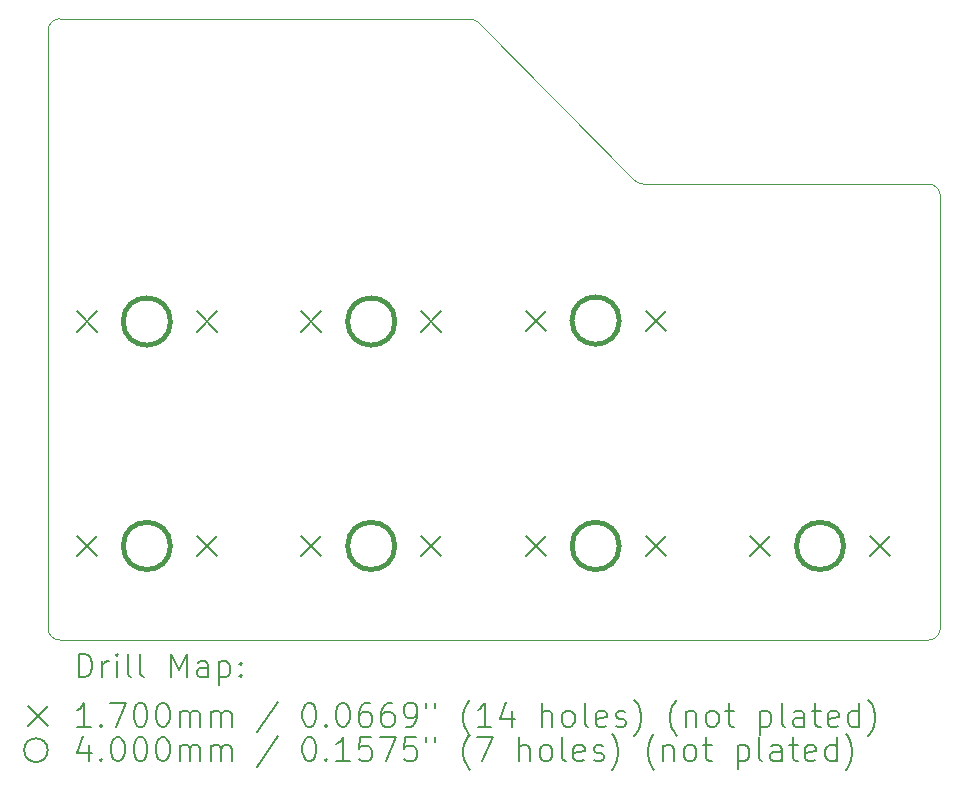
<source format=gbr>
%TF.GenerationSoftware,KiCad,Pcbnew,8.0.5*%
%TF.CreationDate,2024-10-21T21:06:57-07:00*%
%TF.ProjectId,hackpad,6861636b-7061-4642-9e6b-696361645f70,rev?*%
%TF.SameCoordinates,Original*%
%TF.FileFunction,Drillmap*%
%TF.FilePolarity,Positive*%
%FSLAX45Y45*%
G04 Gerber Fmt 4.5, Leading zero omitted, Abs format (unit mm)*
G04 Created by KiCad (PCBNEW 8.0.5) date 2024-10-21 21:06:57*
%MOMM*%
%LPD*%
G01*
G04 APERTURE LIST*
%ADD10C,0.050000*%
%ADD11C,0.200000*%
%ADD12C,0.170000*%
%ADD13C,0.400000*%
G04 APERTURE END LIST*
D10*
X19315000Y-15800000D02*
X19315000Y-12095000D01*
X26769289Y-15900000D02*
X19415000Y-15900000D01*
X26869289Y-15800000D02*
G75*
G02*
X26769289Y-15899999I-99999J0D01*
G01*
X26869289Y-12139000D02*
X26869289Y-15800000D01*
X19415150Y-10639150D02*
X22893371Y-10644938D01*
X19415000Y-15900000D02*
G75*
G02*
X19315000Y-15800000I0J100000D01*
G01*
X19315000Y-10739150D02*
G75*
G02*
X19415150Y-10639150I100000J0D01*
G01*
X19315000Y-12095000D02*
X19315000Y-10739150D01*
X22893371Y-10644938D02*
G75*
G02*
X22964287Y-10674584I-151J-100002D01*
G01*
X24356717Y-12039000D02*
G75*
G02*
X24285652Y-12009352I3J100000D01*
G01*
X24356717Y-12039000D02*
X26769289Y-12039000D01*
X22964287Y-10674585D02*
X24285651Y-12009353D01*
X26769289Y-12039000D02*
G75*
G02*
X26869290Y-12139000I1J-100000D01*
G01*
D11*
D12*
X19558000Y-13118000D02*
X19728000Y-13288000D01*
X19728000Y-13118000D02*
X19558000Y-13288000D01*
X19558000Y-15018000D02*
X19728000Y-15188000D01*
X19728000Y-15018000D02*
X19558000Y-15188000D01*
X20574000Y-13118000D02*
X20744000Y-13288000D01*
X20744000Y-13118000D02*
X20574000Y-13288000D01*
X20574000Y-15018000D02*
X20744000Y-15188000D01*
X20744000Y-15018000D02*
X20574000Y-15188000D01*
X21458000Y-13118000D02*
X21628000Y-13288000D01*
X21628000Y-13118000D02*
X21458000Y-13288000D01*
X21458000Y-15018000D02*
X21628000Y-15188000D01*
X21628000Y-15018000D02*
X21458000Y-15188000D01*
X22474000Y-13118000D02*
X22644000Y-13288000D01*
X22644000Y-13118000D02*
X22474000Y-13288000D01*
X22474000Y-15018000D02*
X22644000Y-15188000D01*
X22644000Y-15018000D02*
X22474000Y-15188000D01*
X23358000Y-13110000D02*
X23528000Y-13280000D01*
X23528000Y-13110000D02*
X23358000Y-13280000D01*
X23358000Y-15018000D02*
X23528000Y-15188000D01*
X23528000Y-15018000D02*
X23358000Y-15188000D01*
X24374000Y-13110000D02*
X24544000Y-13280000D01*
X24544000Y-13110000D02*
X24374000Y-13280000D01*
X24374000Y-15018000D02*
X24544000Y-15188000D01*
X24544000Y-15018000D02*
X24374000Y-15188000D01*
X25258000Y-15018000D02*
X25428000Y-15188000D01*
X25428000Y-15018000D02*
X25258000Y-15188000D01*
X26274000Y-15018000D02*
X26444000Y-15188000D01*
X26444000Y-15018000D02*
X26274000Y-15188000D01*
D13*
X20351000Y-13203000D02*
G75*
G02*
X19951000Y-13203000I-200000J0D01*
G01*
X19951000Y-13203000D02*
G75*
G02*
X20351000Y-13203000I200000J0D01*
G01*
X20351000Y-15103000D02*
G75*
G02*
X19951000Y-15103000I-200000J0D01*
G01*
X19951000Y-15103000D02*
G75*
G02*
X20351000Y-15103000I200000J0D01*
G01*
X22251000Y-13203000D02*
G75*
G02*
X21851000Y-13203000I-200000J0D01*
G01*
X21851000Y-13203000D02*
G75*
G02*
X22251000Y-13203000I200000J0D01*
G01*
X22251000Y-15103000D02*
G75*
G02*
X21851000Y-15103000I-200000J0D01*
G01*
X21851000Y-15103000D02*
G75*
G02*
X22251000Y-15103000I200000J0D01*
G01*
X24151000Y-13195000D02*
G75*
G02*
X23751000Y-13195000I-200000J0D01*
G01*
X23751000Y-13195000D02*
G75*
G02*
X24151000Y-13195000I200000J0D01*
G01*
X24151000Y-15103000D02*
G75*
G02*
X23751000Y-15103000I-200000J0D01*
G01*
X23751000Y-15103000D02*
G75*
G02*
X24151000Y-15103000I200000J0D01*
G01*
X26051000Y-15103000D02*
G75*
G02*
X25651000Y-15103000I-200000J0D01*
G01*
X25651000Y-15103000D02*
G75*
G02*
X26051000Y-15103000I200000J0D01*
G01*
D11*
X19573277Y-16213984D02*
X19573277Y-16013984D01*
X19573277Y-16013984D02*
X19620896Y-16013984D01*
X19620896Y-16013984D02*
X19649467Y-16023508D01*
X19649467Y-16023508D02*
X19668515Y-16042555D01*
X19668515Y-16042555D02*
X19678039Y-16061603D01*
X19678039Y-16061603D02*
X19687563Y-16099698D01*
X19687563Y-16099698D02*
X19687563Y-16128269D01*
X19687563Y-16128269D02*
X19678039Y-16166365D01*
X19678039Y-16166365D02*
X19668515Y-16185412D01*
X19668515Y-16185412D02*
X19649467Y-16204460D01*
X19649467Y-16204460D02*
X19620896Y-16213984D01*
X19620896Y-16213984D02*
X19573277Y-16213984D01*
X19773277Y-16213984D02*
X19773277Y-16080650D01*
X19773277Y-16118746D02*
X19782801Y-16099698D01*
X19782801Y-16099698D02*
X19792324Y-16090174D01*
X19792324Y-16090174D02*
X19811372Y-16080650D01*
X19811372Y-16080650D02*
X19830420Y-16080650D01*
X19897086Y-16213984D02*
X19897086Y-16080650D01*
X19897086Y-16013984D02*
X19887563Y-16023508D01*
X19887563Y-16023508D02*
X19897086Y-16033031D01*
X19897086Y-16033031D02*
X19906610Y-16023508D01*
X19906610Y-16023508D02*
X19897086Y-16013984D01*
X19897086Y-16013984D02*
X19897086Y-16033031D01*
X20020896Y-16213984D02*
X20001848Y-16204460D01*
X20001848Y-16204460D02*
X19992324Y-16185412D01*
X19992324Y-16185412D02*
X19992324Y-16013984D01*
X20125658Y-16213984D02*
X20106610Y-16204460D01*
X20106610Y-16204460D02*
X20097086Y-16185412D01*
X20097086Y-16185412D02*
X20097086Y-16013984D01*
X20354229Y-16213984D02*
X20354229Y-16013984D01*
X20354229Y-16013984D02*
X20420896Y-16156841D01*
X20420896Y-16156841D02*
X20487563Y-16013984D01*
X20487563Y-16013984D02*
X20487563Y-16213984D01*
X20668515Y-16213984D02*
X20668515Y-16109222D01*
X20668515Y-16109222D02*
X20658991Y-16090174D01*
X20658991Y-16090174D02*
X20639944Y-16080650D01*
X20639944Y-16080650D02*
X20601848Y-16080650D01*
X20601848Y-16080650D02*
X20582801Y-16090174D01*
X20668515Y-16204460D02*
X20649467Y-16213984D01*
X20649467Y-16213984D02*
X20601848Y-16213984D01*
X20601848Y-16213984D02*
X20582801Y-16204460D01*
X20582801Y-16204460D02*
X20573277Y-16185412D01*
X20573277Y-16185412D02*
X20573277Y-16166365D01*
X20573277Y-16166365D02*
X20582801Y-16147317D01*
X20582801Y-16147317D02*
X20601848Y-16137793D01*
X20601848Y-16137793D02*
X20649467Y-16137793D01*
X20649467Y-16137793D02*
X20668515Y-16128269D01*
X20763753Y-16080650D02*
X20763753Y-16280650D01*
X20763753Y-16090174D02*
X20782801Y-16080650D01*
X20782801Y-16080650D02*
X20820896Y-16080650D01*
X20820896Y-16080650D02*
X20839944Y-16090174D01*
X20839944Y-16090174D02*
X20849467Y-16099698D01*
X20849467Y-16099698D02*
X20858991Y-16118746D01*
X20858991Y-16118746D02*
X20858991Y-16175888D01*
X20858991Y-16175888D02*
X20849467Y-16194936D01*
X20849467Y-16194936D02*
X20839944Y-16204460D01*
X20839944Y-16204460D02*
X20820896Y-16213984D01*
X20820896Y-16213984D02*
X20782801Y-16213984D01*
X20782801Y-16213984D02*
X20763753Y-16204460D01*
X20944705Y-16194936D02*
X20954229Y-16204460D01*
X20954229Y-16204460D02*
X20944705Y-16213984D01*
X20944705Y-16213984D02*
X20935182Y-16204460D01*
X20935182Y-16204460D02*
X20944705Y-16194936D01*
X20944705Y-16194936D02*
X20944705Y-16213984D01*
X20944705Y-16090174D02*
X20954229Y-16099698D01*
X20954229Y-16099698D02*
X20944705Y-16109222D01*
X20944705Y-16109222D02*
X20935182Y-16099698D01*
X20935182Y-16099698D02*
X20944705Y-16090174D01*
X20944705Y-16090174D02*
X20944705Y-16109222D01*
D12*
X19142500Y-16457500D02*
X19312500Y-16627500D01*
X19312500Y-16457500D02*
X19142500Y-16627500D01*
D11*
X19678039Y-16633984D02*
X19563753Y-16633984D01*
X19620896Y-16633984D02*
X19620896Y-16433984D01*
X19620896Y-16433984D02*
X19601848Y-16462555D01*
X19601848Y-16462555D02*
X19582801Y-16481603D01*
X19582801Y-16481603D02*
X19563753Y-16491127D01*
X19763753Y-16614936D02*
X19773277Y-16624460D01*
X19773277Y-16624460D02*
X19763753Y-16633984D01*
X19763753Y-16633984D02*
X19754229Y-16624460D01*
X19754229Y-16624460D02*
X19763753Y-16614936D01*
X19763753Y-16614936D02*
X19763753Y-16633984D01*
X19839944Y-16433984D02*
X19973277Y-16433984D01*
X19973277Y-16433984D02*
X19887563Y-16633984D01*
X20087563Y-16433984D02*
X20106610Y-16433984D01*
X20106610Y-16433984D02*
X20125658Y-16443508D01*
X20125658Y-16443508D02*
X20135182Y-16453031D01*
X20135182Y-16453031D02*
X20144705Y-16472079D01*
X20144705Y-16472079D02*
X20154229Y-16510174D01*
X20154229Y-16510174D02*
X20154229Y-16557793D01*
X20154229Y-16557793D02*
X20144705Y-16595888D01*
X20144705Y-16595888D02*
X20135182Y-16614936D01*
X20135182Y-16614936D02*
X20125658Y-16624460D01*
X20125658Y-16624460D02*
X20106610Y-16633984D01*
X20106610Y-16633984D02*
X20087563Y-16633984D01*
X20087563Y-16633984D02*
X20068515Y-16624460D01*
X20068515Y-16624460D02*
X20058991Y-16614936D01*
X20058991Y-16614936D02*
X20049467Y-16595888D01*
X20049467Y-16595888D02*
X20039944Y-16557793D01*
X20039944Y-16557793D02*
X20039944Y-16510174D01*
X20039944Y-16510174D02*
X20049467Y-16472079D01*
X20049467Y-16472079D02*
X20058991Y-16453031D01*
X20058991Y-16453031D02*
X20068515Y-16443508D01*
X20068515Y-16443508D02*
X20087563Y-16433984D01*
X20278039Y-16433984D02*
X20297086Y-16433984D01*
X20297086Y-16433984D02*
X20316134Y-16443508D01*
X20316134Y-16443508D02*
X20325658Y-16453031D01*
X20325658Y-16453031D02*
X20335182Y-16472079D01*
X20335182Y-16472079D02*
X20344705Y-16510174D01*
X20344705Y-16510174D02*
X20344705Y-16557793D01*
X20344705Y-16557793D02*
X20335182Y-16595888D01*
X20335182Y-16595888D02*
X20325658Y-16614936D01*
X20325658Y-16614936D02*
X20316134Y-16624460D01*
X20316134Y-16624460D02*
X20297086Y-16633984D01*
X20297086Y-16633984D02*
X20278039Y-16633984D01*
X20278039Y-16633984D02*
X20258991Y-16624460D01*
X20258991Y-16624460D02*
X20249467Y-16614936D01*
X20249467Y-16614936D02*
X20239944Y-16595888D01*
X20239944Y-16595888D02*
X20230420Y-16557793D01*
X20230420Y-16557793D02*
X20230420Y-16510174D01*
X20230420Y-16510174D02*
X20239944Y-16472079D01*
X20239944Y-16472079D02*
X20249467Y-16453031D01*
X20249467Y-16453031D02*
X20258991Y-16443508D01*
X20258991Y-16443508D02*
X20278039Y-16433984D01*
X20430420Y-16633984D02*
X20430420Y-16500650D01*
X20430420Y-16519698D02*
X20439944Y-16510174D01*
X20439944Y-16510174D02*
X20458991Y-16500650D01*
X20458991Y-16500650D02*
X20487563Y-16500650D01*
X20487563Y-16500650D02*
X20506610Y-16510174D01*
X20506610Y-16510174D02*
X20516134Y-16529222D01*
X20516134Y-16529222D02*
X20516134Y-16633984D01*
X20516134Y-16529222D02*
X20525658Y-16510174D01*
X20525658Y-16510174D02*
X20544705Y-16500650D01*
X20544705Y-16500650D02*
X20573277Y-16500650D01*
X20573277Y-16500650D02*
X20592325Y-16510174D01*
X20592325Y-16510174D02*
X20601848Y-16529222D01*
X20601848Y-16529222D02*
X20601848Y-16633984D01*
X20697086Y-16633984D02*
X20697086Y-16500650D01*
X20697086Y-16519698D02*
X20706610Y-16510174D01*
X20706610Y-16510174D02*
X20725658Y-16500650D01*
X20725658Y-16500650D02*
X20754229Y-16500650D01*
X20754229Y-16500650D02*
X20773277Y-16510174D01*
X20773277Y-16510174D02*
X20782801Y-16529222D01*
X20782801Y-16529222D02*
X20782801Y-16633984D01*
X20782801Y-16529222D02*
X20792325Y-16510174D01*
X20792325Y-16510174D02*
X20811372Y-16500650D01*
X20811372Y-16500650D02*
X20839944Y-16500650D01*
X20839944Y-16500650D02*
X20858991Y-16510174D01*
X20858991Y-16510174D02*
X20868515Y-16529222D01*
X20868515Y-16529222D02*
X20868515Y-16633984D01*
X21258991Y-16424460D02*
X21087563Y-16681603D01*
X21516134Y-16433984D02*
X21535182Y-16433984D01*
X21535182Y-16433984D02*
X21554229Y-16443508D01*
X21554229Y-16443508D02*
X21563753Y-16453031D01*
X21563753Y-16453031D02*
X21573277Y-16472079D01*
X21573277Y-16472079D02*
X21582801Y-16510174D01*
X21582801Y-16510174D02*
X21582801Y-16557793D01*
X21582801Y-16557793D02*
X21573277Y-16595888D01*
X21573277Y-16595888D02*
X21563753Y-16614936D01*
X21563753Y-16614936D02*
X21554229Y-16624460D01*
X21554229Y-16624460D02*
X21535182Y-16633984D01*
X21535182Y-16633984D02*
X21516134Y-16633984D01*
X21516134Y-16633984D02*
X21497087Y-16624460D01*
X21497087Y-16624460D02*
X21487563Y-16614936D01*
X21487563Y-16614936D02*
X21478039Y-16595888D01*
X21478039Y-16595888D02*
X21468515Y-16557793D01*
X21468515Y-16557793D02*
X21468515Y-16510174D01*
X21468515Y-16510174D02*
X21478039Y-16472079D01*
X21478039Y-16472079D02*
X21487563Y-16453031D01*
X21487563Y-16453031D02*
X21497087Y-16443508D01*
X21497087Y-16443508D02*
X21516134Y-16433984D01*
X21668515Y-16614936D02*
X21678039Y-16624460D01*
X21678039Y-16624460D02*
X21668515Y-16633984D01*
X21668515Y-16633984D02*
X21658991Y-16624460D01*
X21658991Y-16624460D02*
X21668515Y-16614936D01*
X21668515Y-16614936D02*
X21668515Y-16633984D01*
X21801848Y-16433984D02*
X21820896Y-16433984D01*
X21820896Y-16433984D02*
X21839944Y-16443508D01*
X21839944Y-16443508D02*
X21849468Y-16453031D01*
X21849468Y-16453031D02*
X21858991Y-16472079D01*
X21858991Y-16472079D02*
X21868515Y-16510174D01*
X21868515Y-16510174D02*
X21868515Y-16557793D01*
X21868515Y-16557793D02*
X21858991Y-16595888D01*
X21858991Y-16595888D02*
X21849468Y-16614936D01*
X21849468Y-16614936D02*
X21839944Y-16624460D01*
X21839944Y-16624460D02*
X21820896Y-16633984D01*
X21820896Y-16633984D02*
X21801848Y-16633984D01*
X21801848Y-16633984D02*
X21782801Y-16624460D01*
X21782801Y-16624460D02*
X21773277Y-16614936D01*
X21773277Y-16614936D02*
X21763753Y-16595888D01*
X21763753Y-16595888D02*
X21754229Y-16557793D01*
X21754229Y-16557793D02*
X21754229Y-16510174D01*
X21754229Y-16510174D02*
X21763753Y-16472079D01*
X21763753Y-16472079D02*
X21773277Y-16453031D01*
X21773277Y-16453031D02*
X21782801Y-16443508D01*
X21782801Y-16443508D02*
X21801848Y-16433984D01*
X22039944Y-16433984D02*
X22001848Y-16433984D01*
X22001848Y-16433984D02*
X21982801Y-16443508D01*
X21982801Y-16443508D02*
X21973277Y-16453031D01*
X21973277Y-16453031D02*
X21954229Y-16481603D01*
X21954229Y-16481603D02*
X21944706Y-16519698D01*
X21944706Y-16519698D02*
X21944706Y-16595888D01*
X21944706Y-16595888D02*
X21954229Y-16614936D01*
X21954229Y-16614936D02*
X21963753Y-16624460D01*
X21963753Y-16624460D02*
X21982801Y-16633984D01*
X21982801Y-16633984D02*
X22020896Y-16633984D01*
X22020896Y-16633984D02*
X22039944Y-16624460D01*
X22039944Y-16624460D02*
X22049468Y-16614936D01*
X22049468Y-16614936D02*
X22058991Y-16595888D01*
X22058991Y-16595888D02*
X22058991Y-16548269D01*
X22058991Y-16548269D02*
X22049468Y-16529222D01*
X22049468Y-16529222D02*
X22039944Y-16519698D01*
X22039944Y-16519698D02*
X22020896Y-16510174D01*
X22020896Y-16510174D02*
X21982801Y-16510174D01*
X21982801Y-16510174D02*
X21963753Y-16519698D01*
X21963753Y-16519698D02*
X21954229Y-16529222D01*
X21954229Y-16529222D02*
X21944706Y-16548269D01*
X22230420Y-16433984D02*
X22192325Y-16433984D01*
X22192325Y-16433984D02*
X22173277Y-16443508D01*
X22173277Y-16443508D02*
X22163753Y-16453031D01*
X22163753Y-16453031D02*
X22144706Y-16481603D01*
X22144706Y-16481603D02*
X22135182Y-16519698D01*
X22135182Y-16519698D02*
X22135182Y-16595888D01*
X22135182Y-16595888D02*
X22144706Y-16614936D01*
X22144706Y-16614936D02*
X22154229Y-16624460D01*
X22154229Y-16624460D02*
X22173277Y-16633984D01*
X22173277Y-16633984D02*
X22211372Y-16633984D01*
X22211372Y-16633984D02*
X22230420Y-16624460D01*
X22230420Y-16624460D02*
X22239944Y-16614936D01*
X22239944Y-16614936D02*
X22249468Y-16595888D01*
X22249468Y-16595888D02*
X22249468Y-16548269D01*
X22249468Y-16548269D02*
X22239944Y-16529222D01*
X22239944Y-16529222D02*
X22230420Y-16519698D01*
X22230420Y-16519698D02*
X22211372Y-16510174D01*
X22211372Y-16510174D02*
X22173277Y-16510174D01*
X22173277Y-16510174D02*
X22154229Y-16519698D01*
X22154229Y-16519698D02*
X22144706Y-16529222D01*
X22144706Y-16529222D02*
X22135182Y-16548269D01*
X22344706Y-16633984D02*
X22382801Y-16633984D01*
X22382801Y-16633984D02*
X22401848Y-16624460D01*
X22401848Y-16624460D02*
X22411372Y-16614936D01*
X22411372Y-16614936D02*
X22430420Y-16586365D01*
X22430420Y-16586365D02*
X22439944Y-16548269D01*
X22439944Y-16548269D02*
X22439944Y-16472079D01*
X22439944Y-16472079D02*
X22430420Y-16453031D01*
X22430420Y-16453031D02*
X22420896Y-16443508D01*
X22420896Y-16443508D02*
X22401848Y-16433984D01*
X22401848Y-16433984D02*
X22363753Y-16433984D01*
X22363753Y-16433984D02*
X22344706Y-16443508D01*
X22344706Y-16443508D02*
X22335182Y-16453031D01*
X22335182Y-16453031D02*
X22325658Y-16472079D01*
X22325658Y-16472079D02*
X22325658Y-16519698D01*
X22325658Y-16519698D02*
X22335182Y-16538746D01*
X22335182Y-16538746D02*
X22344706Y-16548269D01*
X22344706Y-16548269D02*
X22363753Y-16557793D01*
X22363753Y-16557793D02*
X22401848Y-16557793D01*
X22401848Y-16557793D02*
X22420896Y-16548269D01*
X22420896Y-16548269D02*
X22430420Y-16538746D01*
X22430420Y-16538746D02*
X22439944Y-16519698D01*
X22516134Y-16433984D02*
X22516134Y-16472079D01*
X22592325Y-16433984D02*
X22592325Y-16472079D01*
X22887563Y-16710174D02*
X22878039Y-16700650D01*
X22878039Y-16700650D02*
X22858991Y-16672079D01*
X22858991Y-16672079D02*
X22849468Y-16653031D01*
X22849468Y-16653031D02*
X22839944Y-16624460D01*
X22839944Y-16624460D02*
X22830420Y-16576841D01*
X22830420Y-16576841D02*
X22830420Y-16538746D01*
X22830420Y-16538746D02*
X22839944Y-16491127D01*
X22839944Y-16491127D02*
X22849468Y-16462555D01*
X22849468Y-16462555D02*
X22858991Y-16443508D01*
X22858991Y-16443508D02*
X22878039Y-16414936D01*
X22878039Y-16414936D02*
X22887563Y-16405412D01*
X23068515Y-16633984D02*
X22954229Y-16633984D01*
X23011372Y-16633984D02*
X23011372Y-16433984D01*
X23011372Y-16433984D02*
X22992325Y-16462555D01*
X22992325Y-16462555D02*
X22973277Y-16481603D01*
X22973277Y-16481603D02*
X22954229Y-16491127D01*
X23239944Y-16500650D02*
X23239944Y-16633984D01*
X23192325Y-16424460D02*
X23144706Y-16567317D01*
X23144706Y-16567317D02*
X23268515Y-16567317D01*
X23497087Y-16633984D02*
X23497087Y-16433984D01*
X23582801Y-16633984D02*
X23582801Y-16529222D01*
X23582801Y-16529222D02*
X23573277Y-16510174D01*
X23573277Y-16510174D02*
X23554230Y-16500650D01*
X23554230Y-16500650D02*
X23525658Y-16500650D01*
X23525658Y-16500650D02*
X23506610Y-16510174D01*
X23506610Y-16510174D02*
X23497087Y-16519698D01*
X23706610Y-16633984D02*
X23687563Y-16624460D01*
X23687563Y-16624460D02*
X23678039Y-16614936D01*
X23678039Y-16614936D02*
X23668515Y-16595888D01*
X23668515Y-16595888D02*
X23668515Y-16538746D01*
X23668515Y-16538746D02*
X23678039Y-16519698D01*
X23678039Y-16519698D02*
X23687563Y-16510174D01*
X23687563Y-16510174D02*
X23706610Y-16500650D01*
X23706610Y-16500650D02*
X23735182Y-16500650D01*
X23735182Y-16500650D02*
X23754230Y-16510174D01*
X23754230Y-16510174D02*
X23763753Y-16519698D01*
X23763753Y-16519698D02*
X23773277Y-16538746D01*
X23773277Y-16538746D02*
X23773277Y-16595888D01*
X23773277Y-16595888D02*
X23763753Y-16614936D01*
X23763753Y-16614936D02*
X23754230Y-16624460D01*
X23754230Y-16624460D02*
X23735182Y-16633984D01*
X23735182Y-16633984D02*
X23706610Y-16633984D01*
X23887563Y-16633984D02*
X23868515Y-16624460D01*
X23868515Y-16624460D02*
X23858991Y-16605412D01*
X23858991Y-16605412D02*
X23858991Y-16433984D01*
X24039944Y-16624460D02*
X24020896Y-16633984D01*
X24020896Y-16633984D02*
X23982801Y-16633984D01*
X23982801Y-16633984D02*
X23963753Y-16624460D01*
X23963753Y-16624460D02*
X23954230Y-16605412D01*
X23954230Y-16605412D02*
X23954230Y-16529222D01*
X23954230Y-16529222D02*
X23963753Y-16510174D01*
X23963753Y-16510174D02*
X23982801Y-16500650D01*
X23982801Y-16500650D02*
X24020896Y-16500650D01*
X24020896Y-16500650D02*
X24039944Y-16510174D01*
X24039944Y-16510174D02*
X24049468Y-16529222D01*
X24049468Y-16529222D02*
X24049468Y-16548269D01*
X24049468Y-16548269D02*
X23954230Y-16567317D01*
X24125658Y-16624460D02*
X24144706Y-16633984D01*
X24144706Y-16633984D02*
X24182801Y-16633984D01*
X24182801Y-16633984D02*
X24201849Y-16624460D01*
X24201849Y-16624460D02*
X24211372Y-16605412D01*
X24211372Y-16605412D02*
X24211372Y-16595888D01*
X24211372Y-16595888D02*
X24201849Y-16576841D01*
X24201849Y-16576841D02*
X24182801Y-16567317D01*
X24182801Y-16567317D02*
X24154230Y-16567317D01*
X24154230Y-16567317D02*
X24135182Y-16557793D01*
X24135182Y-16557793D02*
X24125658Y-16538746D01*
X24125658Y-16538746D02*
X24125658Y-16529222D01*
X24125658Y-16529222D02*
X24135182Y-16510174D01*
X24135182Y-16510174D02*
X24154230Y-16500650D01*
X24154230Y-16500650D02*
X24182801Y-16500650D01*
X24182801Y-16500650D02*
X24201849Y-16510174D01*
X24278039Y-16710174D02*
X24287563Y-16700650D01*
X24287563Y-16700650D02*
X24306611Y-16672079D01*
X24306611Y-16672079D02*
X24316134Y-16653031D01*
X24316134Y-16653031D02*
X24325658Y-16624460D01*
X24325658Y-16624460D02*
X24335182Y-16576841D01*
X24335182Y-16576841D02*
X24335182Y-16538746D01*
X24335182Y-16538746D02*
X24325658Y-16491127D01*
X24325658Y-16491127D02*
X24316134Y-16462555D01*
X24316134Y-16462555D02*
X24306611Y-16443508D01*
X24306611Y-16443508D02*
X24287563Y-16414936D01*
X24287563Y-16414936D02*
X24278039Y-16405412D01*
X24639944Y-16710174D02*
X24630420Y-16700650D01*
X24630420Y-16700650D02*
X24611372Y-16672079D01*
X24611372Y-16672079D02*
X24601849Y-16653031D01*
X24601849Y-16653031D02*
X24592325Y-16624460D01*
X24592325Y-16624460D02*
X24582801Y-16576841D01*
X24582801Y-16576841D02*
X24582801Y-16538746D01*
X24582801Y-16538746D02*
X24592325Y-16491127D01*
X24592325Y-16491127D02*
X24601849Y-16462555D01*
X24601849Y-16462555D02*
X24611372Y-16443508D01*
X24611372Y-16443508D02*
X24630420Y-16414936D01*
X24630420Y-16414936D02*
X24639944Y-16405412D01*
X24716134Y-16500650D02*
X24716134Y-16633984D01*
X24716134Y-16519698D02*
X24725658Y-16510174D01*
X24725658Y-16510174D02*
X24744706Y-16500650D01*
X24744706Y-16500650D02*
X24773277Y-16500650D01*
X24773277Y-16500650D02*
X24792325Y-16510174D01*
X24792325Y-16510174D02*
X24801849Y-16529222D01*
X24801849Y-16529222D02*
X24801849Y-16633984D01*
X24925658Y-16633984D02*
X24906611Y-16624460D01*
X24906611Y-16624460D02*
X24897087Y-16614936D01*
X24897087Y-16614936D02*
X24887563Y-16595888D01*
X24887563Y-16595888D02*
X24887563Y-16538746D01*
X24887563Y-16538746D02*
X24897087Y-16519698D01*
X24897087Y-16519698D02*
X24906611Y-16510174D01*
X24906611Y-16510174D02*
X24925658Y-16500650D01*
X24925658Y-16500650D02*
X24954230Y-16500650D01*
X24954230Y-16500650D02*
X24973277Y-16510174D01*
X24973277Y-16510174D02*
X24982801Y-16519698D01*
X24982801Y-16519698D02*
X24992325Y-16538746D01*
X24992325Y-16538746D02*
X24992325Y-16595888D01*
X24992325Y-16595888D02*
X24982801Y-16614936D01*
X24982801Y-16614936D02*
X24973277Y-16624460D01*
X24973277Y-16624460D02*
X24954230Y-16633984D01*
X24954230Y-16633984D02*
X24925658Y-16633984D01*
X25049468Y-16500650D02*
X25125658Y-16500650D01*
X25078039Y-16433984D02*
X25078039Y-16605412D01*
X25078039Y-16605412D02*
X25087563Y-16624460D01*
X25087563Y-16624460D02*
X25106611Y-16633984D01*
X25106611Y-16633984D02*
X25125658Y-16633984D01*
X25344706Y-16500650D02*
X25344706Y-16700650D01*
X25344706Y-16510174D02*
X25363753Y-16500650D01*
X25363753Y-16500650D02*
X25401849Y-16500650D01*
X25401849Y-16500650D02*
X25420896Y-16510174D01*
X25420896Y-16510174D02*
X25430420Y-16519698D01*
X25430420Y-16519698D02*
X25439944Y-16538746D01*
X25439944Y-16538746D02*
X25439944Y-16595888D01*
X25439944Y-16595888D02*
X25430420Y-16614936D01*
X25430420Y-16614936D02*
X25420896Y-16624460D01*
X25420896Y-16624460D02*
X25401849Y-16633984D01*
X25401849Y-16633984D02*
X25363753Y-16633984D01*
X25363753Y-16633984D02*
X25344706Y-16624460D01*
X25554230Y-16633984D02*
X25535182Y-16624460D01*
X25535182Y-16624460D02*
X25525658Y-16605412D01*
X25525658Y-16605412D02*
X25525658Y-16433984D01*
X25716134Y-16633984D02*
X25716134Y-16529222D01*
X25716134Y-16529222D02*
X25706611Y-16510174D01*
X25706611Y-16510174D02*
X25687563Y-16500650D01*
X25687563Y-16500650D02*
X25649468Y-16500650D01*
X25649468Y-16500650D02*
X25630420Y-16510174D01*
X25716134Y-16624460D02*
X25697087Y-16633984D01*
X25697087Y-16633984D02*
X25649468Y-16633984D01*
X25649468Y-16633984D02*
X25630420Y-16624460D01*
X25630420Y-16624460D02*
X25620896Y-16605412D01*
X25620896Y-16605412D02*
X25620896Y-16586365D01*
X25620896Y-16586365D02*
X25630420Y-16567317D01*
X25630420Y-16567317D02*
X25649468Y-16557793D01*
X25649468Y-16557793D02*
X25697087Y-16557793D01*
X25697087Y-16557793D02*
X25716134Y-16548269D01*
X25782801Y-16500650D02*
X25858992Y-16500650D01*
X25811373Y-16433984D02*
X25811373Y-16605412D01*
X25811373Y-16605412D02*
X25820896Y-16624460D01*
X25820896Y-16624460D02*
X25839944Y-16633984D01*
X25839944Y-16633984D02*
X25858992Y-16633984D01*
X26001849Y-16624460D02*
X25982801Y-16633984D01*
X25982801Y-16633984D02*
X25944706Y-16633984D01*
X25944706Y-16633984D02*
X25925658Y-16624460D01*
X25925658Y-16624460D02*
X25916134Y-16605412D01*
X25916134Y-16605412D02*
X25916134Y-16529222D01*
X25916134Y-16529222D02*
X25925658Y-16510174D01*
X25925658Y-16510174D02*
X25944706Y-16500650D01*
X25944706Y-16500650D02*
X25982801Y-16500650D01*
X25982801Y-16500650D02*
X26001849Y-16510174D01*
X26001849Y-16510174D02*
X26011373Y-16529222D01*
X26011373Y-16529222D02*
X26011373Y-16548269D01*
X26011373Y-16548269D02*
X25916134Y-16567317D01*
X26182801Y-16633984D02*
X26182801Y-16433984D01*
X26182801Y-16624460D02*
X26163754Y-16633984D01*
X26163754Y-16633984D02*
X26125658Y-16633984D01*
X26125658Y-16633984D02*
X26106611Y-16624460D01*
X26106611Y-16624460D02*
X26097087Y-16614936D01*
X26097087Y-16614936D02*
X26087563Y-16595888D01*
X26087563Y-16595888D02*
X26087563Y-16538746D01*
X26087563Y-16538746D02*
X26097087Y-16519698D01*
X26097087Y-16519698D02*
X26106611Y-16510174D01*
X26106611Y-16510174D02*
X26125658Y-16500650D01*
X26125658Y-16500650D02*
X26163754Y-16500650D01*
X26163754Y-16500650D02*
X26182801Y-16510174D01*
X26258992Y-16710174D02*
X26268515Y-16700650D01*
X26268515Y-16700650D02*
X26287563Y-16672079D01*
X26287563Y-16672079D02*
X26297087Y-16653031D01*
X26297087Y-16653031D02*
X26306611Y-16624460D01*
X26306611Y-16624460D02*
X26316134Y-16576841D01*
X26316134Y-16576841D02*
X26316134Y-16538746D01*
X26316134Y-16538746D02*
X26306611Y-16491127D01*
X26306611Y-16491127D02*
X26297087Y-16462555D01*
X26297087Y-16462555D02*
X26287563Y-16443508D01*
X26287563Y-16443508D02*
X26268515Y-16414936D01*
X26268515Y-16414936D02*
X26258992Y-16405412D01*
X19312500Y-16832500D02*
G75*
G02*
X19112500Y-16832500I-100000J0D01*
G01*
X19112500Y-16832500D02*
G75*
G02*
X19312500Y-16832500I100000J0D01*
G01*
X19658991Y-16790650D02*
X19658991Y-16923984D01*
X19611372Y-16714460D02*
X19563753Y-16857317D01*
X19563753Y-16857317D02*
X19687563Y-16857317D01*
X19763753Y-16904936D02*
X19773277Y-16914460D01*
X19773277Y-16914460D02*
X19763753Y-16923984D01*
X19763753Y-16923984D02*
X19754229Y-16914460D01*
X19754229Y-16914460D02*
X19763753Y-16904936D01*
X19763753Y-16904936D02*
X19763753Y-16923984D01*
X19897086Y-16723984D02*
X19916134Y-16723984D01*
X19916134Y-16723984D02*
X19935182Y-16733508D01*
X19935182Y-16733508D02*
X19944705Y-16743031D01*
X19944705Y-16743031D02*
X19954229Y-16762079D01*
X19954229Y-16762079D02*
X19963753Y-16800174D01*
X19963753Y-16800174D02*
X19963753Y-16847793D01*
X19963753Y-16847793D02*
X19954229Y-16885889D01*
X19954229Y-16885889D02*
X19944705Y-16904936D01*
X19944705Y-16904936D02*
X19935182Y-16914460D01*
X19935182Y-16914460D02*
X19916134Y-16923984D01*
X19916134Y-16923984D02*
X19897086Y-16923984D01*
X19897086Y-16923984D02*
X19878039Y-16914460D01*
X19878039Y-16914460D02*
X19868515Y-16904936D01*
X19868515Y-16904936D02*
X19858991Y-16885889D01*
X19858991Y-16885889D02*
X19849467Y-16847793D01*
X19849467Y-16847793D02*
X19849467Y-16800174D01*
X19849467Y-16800174D02*
X19858991Y-16762079D01*
X19858991Y-16762079D02*
X19868515Y-16743031D01*
X19868515Y-16743031D02*
X19878039Y-16733508D01*
X19878039Y-16733508D02*
X19897086Y-16723984D01*
X20087563Y-16723984D02*
X20106610Y-16723984D01*
X20106610Y-16723984D02*
X20125658Y-16733508D01*
X20125658Y-16733508D02*
X20135182Y-16743031D01*
X20135182Y-16743031D02*
X20144705Y-16762079D01*
X20144705Y-16762079D02*
X20154229Y-16800174D01*
X20154229Y-16800174D02*
X20154229Y-16847793D01*
X20154229Y-16847793D02*
X20144705Y-16885889D01*
X20144705Y-16885889D02*
X20135182Y-16904936D01*
X20135182Y-16904936D02*
X20125658Y-16914460D01*
X20125658Y-16914460D02*
X20106610Y-16923984D01*
X20106610Y-16923984D02*
X20087563Y-16923984D01*
X20087563Y-16923984D02*
X20068515Y-16914460D01*
X20068515Y-16914460D02*
X20058991Y-16904936D01*
X20058991Y-16904936D02*
X20049467Y-16885889D01*
X20049467Y-16885889D02*
X20039944Y-16847793D01*
X20039944Y-16847793D02*
X20039944Y-16800174D01*
X20039944Y-16800174D02*
X20049467Y-16762079D01*
X20049467Y-16762079D02*
X20058991Y-16743031D01*
X20058991Y-16743031D02*
X20068515Y-16733508D01*
X20068515Y-16733508D02*
X20087563Y-16723984D01*
X20278039Y-16723984D02*
X20297086Y-16723984D01*
X20297086Y-16723984D02*
X20316134Y-16733508D01*
X20316134Y-16733508D02*
X20325658Y-16743031D01*
X20325658Y-16743031D02*
X20335182Y-16762079D01*
X20335182Y-16762079D02*
X20344705Y-16800174D01*
X20344705Y-16800174D02*
X20344705Y-16847793D01*
X20344705Y-16847793D02*
X20335182Y-16885889D01*
X20335182Y-16885889D02*
X20325658Y-16904936D01*
X20325658Y-16904936D02*
X20316134Y-16914460D01*
X20316134Y-16914460D02*
X20297086Y-16923984D01*
X20297086Y-16923984D02*
X20278039Y-16923984D01*
X20278039Y-16923984D02*
X20258991Y-16914460D01*
X20258991Y-16914460D02*
X20249467Y-16904936D01*
X20249467Y-16904936D02*
X20239944Y-16885889D01*
X20239944Y-16885889D02*
X20230420Y-16847793D01*
X20230420Y-16847793D02*
X20230420Y-16800174D01*
X20230420Y-16800174D02*
X20239944Y-16762079D01*
X20239944Y-16762079D02*
X20249467Y-16743031D01*
X20249467Y-16743031D02*
X20258991Y-16733508D01*
X20258991Y-16733508D02*
X20278039Y-16723984D01*
X20430420Y-16923984D02*
X20430420Y-16790650D01*
X20430420Y-16809698D02*
X20439944Y-16800174D01*
X20439944Y-16800174D02*
X20458991Y-16790650D01*
X20458991Y-16790650D02*
X20487563Y-16790650D01*
X20487563Y-16790650D02*
X20506610Y-16800174D01*
X20506610Y-16800174D02*
X20516134Y-16819222D01*
X20516134Y-16819222D02*
X20516134Y-16923984D01*
X20516134Y-16819222D02*
X20525658Y-16800174D01*
X20525658Y-16800174D02*
X20544705Y-16790650D01*
X20544705Y-16790650D02*
X20573277Y-16790650D01*
X20573277Y-16790650D02*
X20592325Y-16800174D01*
X20592325Y-16800174D02*
X20601848Y-16819222D01*
X20601848Y-16819222D02*
X20601848Y-16923984D01*
X20697086Y-16923984D02*
X20697086Y-16790650D01*
X20697086Y-16809698D02*
X20706610Y-16800174D01*
X20706610Y-16800174D02*
X20725658Y-16790650D01*
X20725658Y-16790650D02*
X20754229Y-16790650D01*
X20754229Y-16790650D02*
X20773277Y-16800174D01*
X20773277Y-16800174D02*
X20782801Y-16819222D01*
X20782801Y-16819222D02*
X20782801Y-16923984D01*
X20782801Y-16819222D02*
X20792325Y-16800174D01*
X20792325Y-16800174D02*
X20811372Y-16790650D01*
X20811372Y-16790650D02*
X20839944Y-16790650D01*
X20839944Y-16790650D02*
X20858991Y-16800174D01*
X20858991Y-16800174D02*
X20868515Y-16819222D01*
X20868515Y-16819222D02*
X20868515Y-16923984D01*
X21258991Y-16714460D02*
X21087563Y-16971603D01*
X21516134Y-16723984D02*
X21535182Y-16723984D01*
X21535182Y-16723984D02*
X21554229Y-16733508D01*
X21554229Y-16733508D02*
X21563753Y-16743031D01*
X21563753Y-16743031D02*
X21573277Y-16762079D01*
X21573277Y-16762079D02*
X21582801Y-16800174D01*
X21582801Y-16800174D02*
X21582801Y-16847793D01*
X21582801Y-16847793D02*
X21573277Y-16885889D01*
X21573277Y-16885889D02*
X21563753Y-16904936D01*
X21563753Y-16904936D02*
X21554229Y-16914460D01*
X21554229Y-16914460D02*
X21535182Y-16923984D01*
X21535182Y-16923984D02*
X21516134Y-16923984D01*
X21516134Y-16923984D02*
X21497087Y-16914460D01*
X21497087Y-16914460D02*
X21487563Y-16904936D01*
X21487563Y-16904936D02*
X21478039Y-16885889D01*
X21478039Y-16885889D02*
X21468515Y-16847793D01*
X21468515Y-16847793D02*
X21468515Y-16800174D01*
X21468515Y-16800174D02*
X21478039Y-16762079D01*
X21478039Y-16762079D02*
X21487563Y-16743031D01*
X21487563Y-16743031D02*
X21497087Y-16733508D01*
X21497087Y-16733508D02*
X21516134Y-16723984D01*
X21668515Y-16904936D02*
X21678039Y-16914460D01*
X21678039Y-16914460D02*
X21668515Y-16923984D01*
X21668515Y-16923984D02*
X21658991Y-16914460D01*
X21658991Y-16914460D02*
X21668515Y-16904936D01*
X21668515Y-16904936D02*
X21668515Y-16923984D01*
X21868515Y-16923984D02*
X21754229Y-16923984D01*
X21811372Y-16923984D02*
X21811372Y-16723984D01*
X21811372Y-16723984D02*
X21792325Y-16752555D01*
X21792325Y-16752555D02*
X21773277Y-16771603D01*
X21773277Y-16771603D02*
X21754229Y-16781127D01*
X22049468Y-16723984D02*
X21954229Y-16723984D01*
X21954229Y-16723984D02*
X21944706Y-16819222D01*
X21944706Y-16819222D02*
X21954229Y-16809698D01*
X21954229Y-16809698D02*
X21973277Y-16800174D01*
X21973277Y-16800174D02*
X22020896Y-16800174D01*
X22020896Y-16800174D02*
X22039944Y-16809698D01*
X22039944Y-16809698D02*
X22049468Y-16819222D01*
X22049468Y-16819222D02*
X22058991Y-16838270D01*
X22058991Y-16838270D02*
X22058991Y-16885889D01*
X22058991Y-16885889D02*
X22049468Y-16904936D01*
X22049468Y-16904936D02*
X22039944Y-16914460D01*
X22039944Y-16914460D02*
X22020896Y-16923984D01*
X22020896Y-16923984D02*
X21973277Y-16923984D01*
X21973277Y-16923984D02*
X21954229Y-16914460D01*
X21954229Y-16914460D02*
X21944706Y-16904936D01*
X22125658Y-16723984D02*
X22258991Y-16723984D01*
X22258991Y-16723984D02*
X22173277Y-16923984D01*
X22430420Y-16723984D02*
X22335182Y-16723984D01*
X22335182Y-16723984D02*
X22325658Y-16819222D01*
X22325658Y-16819222D02*
X22335182Y-16809698D01*
X22335182Y-16809698D02*
X22354229Y-16800174D01*
X22354229Y-16800174D02*
X22401848Y-16800174D01*
X22401848Y-16800174D02*
X22420896Y-16809698D01*
X22420896Y-16809698D02*
X22430420Y-16819222D01*
X22430420Y-16819222D02*
X22439944Y-16838270D01*
X22439944Y-16838270D02*
X22439944Y-16885889D01*
X22439944Y-16885889D02*
X22430420Y-16904936D01*
X22430420Y-16904936D02*
X22420896Y-16914460D01*
X22420896Y-16914460D02*
X22401848Y-16923984D01*
X22401848Y-16923984D02*
X22354229Y-16923984D01*
X22354229Y-16923984D02*
X22335182Y-16914460D01*
X22335182Y-16914460D02*
X22325658Y-16904936D01*
X22516134Y-16723984D02*
X22516134Y-16762079D01*
X22592325Y-16723984D02*
X22592325Y-16762079D01*
X22887563Y-17000174D02*
X22878039Y-16990650D01*
X22878039Y-16990650D02*
X22858991Y-16962079D01*
X22858991Y-16962079D02*
X22849468Y-16943031D01*
X22849468Y-16943031D02*
X22839944Y-16914460D01*
X22839944Y-16914460D02*
X22830420Y-16866841D01*
X22830420Y-16866841D02*
X22830420Y-16828746D01*
X22830420Y-16828746D02*
X22839944Y-16781127D01*
X22839944Y-16781127D02*
X22849468Y-16752555D01*
X22849468Y-16752555D02*
X22858991Y-16733508D01*
X22858991Y-16733508D02*
X22878039Y-16704936D01*
X22878039Y-16704936D02*
X22887563Y-16695412D01*
X22944706Y-16723984D02*
X23078039Y-16723984D01*
X23078039Y-16723984D02*
X22992325Y-16923984D01*
X23306610Y-16923984D02*
X23306610Y-16723984D01*
X23392325Y-16923984D02*
X23392325Y-16819222D01*
X23392325Y-16819222D02*
X23382801Y-16800174D01*
X23382801Y-16800174D02*
X23363753Y-16790650D01*
X23363753Y-16790650D02*
X23335182Y-16790650D01*
X23335182Y-16790650D02*
X23316134Y-16800174D01*
X23316134Y-16800174D02*
X23306610Y-16809698D01*
X23516134Y-16923984D02*
X23497087Y-16914460D01*
X23497087Y-16914460D02*
X23487563Y-16904936D01*
X23487563Y-16904936D02*
X23478039Y-16885889D01*
X23478039Y-16885889D02*
X23478039Y-16828746D01*
X23478039Y-16828746D02*
X23487563Y-16809698D01*
X23487563Y-16809698D02*
X23497087Y-16800174D01*
X23497087Y-16800174D02*
X23516134Y-16790650D01*
X23516134Y-16790650D02*
X23544706Y-16790650D01*
X23544706Y-16790650D02*
X23563753Y-16800174D01*
X23563753Y-16800174D02*
X23573277Y-16809698D01*
X23573277Y-16809698D02*
X23582801Y-16828746D01*
X23582801Y-16828746D02*
X23582801Y-16885889D01*
X23582801Y-16885889D02*
X23573277Y-16904936D01*
X23573277Y-16904936D02*
X23563753Y-16914460D01*
X23563753Y-16914460D02*
X23544706Y-16923984D01*
X23544706Y-16923984D02*
X23516134Y-16923984D01*
X23697087Y-16923984D02*
X23678039Y-16914460D01*
X23678039Y-16914460D02*
X23668515Y-16895412D01*
X23668515Y-16895412D02*
X23668515Y-16723984D01*
X23849468Y-16914460D02*
X23830420Y-16923984D01*
X23830420Y-16923984D02*
X23792325Y-16923984D01*
X23792325Y-16923984D02*
X23773277Y-16914460D01*
X23773277Y-16914460D02*
X23763753Y-16895412D01*
X23763753Y-16895412D02*
X23763753Y-16819222D01*
X23763753Y-16819222D02*
X23773277Y-16800174D01*
X23773277Y-16800174D02*
X23792325Y-16790650D01*
X23792325Y-16790650D02*
X23830420Y-16790650D01*
X23830420Y-16790650D02*
X23849468Y-16800174D01*
X23849468Y-16800174D02*
X23858991Y-16819222D01*
X23858991Y-16819222D02*
X23858991Y-16838270D01*
X23858991Y-16838270D02*
X23763753Y-16857317D01*
X23935182Y-16914460D02*
X23954230Y-16923984D01*
X23954230Y-16923984D02*
X23992325Y-16923984D01*
X23992325Y-16923984D02*
X24011372Y-16914460D01*
X24011372Y-16914460D02*
X24020896Y-16895412D01*
X24020896Y-16895412D02*
X24020896Y-16885889D01*
X24020896Y-16885889D02*
X24011372Y-16866841D01*
X24011372Y-16866841D02*
X23992325Y-16857317D01*
X23992325Y-16857317D02*
X23963753Y-16857317D01*
X23963753Y-16857317D02*
X23944706Y-16847793D01*
X23944706Y-16847793D02*
X23935182Y-16828746D01*
X23935182Y-16828746D02*
X23935182Y-16819222D01*
X23935182Y-16819222D02*
X23944706Y-16800174D01*
X23944706Y-16800174D02*
X23963753Y-16790650D01*
X23963753Y-16790650D02*
X23992325Y-16790650D01*
X23992325Y-16790650D02*
X24011372Y-16800174D01*
X24087563Y-17000174D02*
X24097087Y-16990650D01*
X24097087Y-16990650D02*
X24116134Y-16962079D01*
X24116134Y-16962079D02*
X24125658Y-16943031D01*
X24125658Y-16943031D02*
X24135182Y-16914460D01*
X24135182Y-16914460D02*
X24144706Y-16866841D01*
X24144706Y-16866841D02*
X24144706Y-16828746D01*
X24144706Y-16828746D02*
X24135182Y-16781127D01*
X24135182Y-16781127D02*
X24125658Y-16752555D01*
X24125658Y-16752555D02*
X24116134Y-16733508D01*
X24116134Y-16733508D02*
X24097087Y-16704936D01*
X24097087Y-16704936D02*
X24087563Y-16695412D01*
X24449468Y-17000174D02*
X24439944Y-16990650D01*
X24439944Y-16990650D02*
X24420896Y-16962079D01*
X24420896Y-16962079D02*
X24411372Y-16943031D01*
X24411372Y-16943031D02*
X24401849Y-16914460D01*
X24401849Y-16914460D02*
X24392325Y-16866841D01*
X24392325Y-16866841D02*
X24392325Y-16828746D01*
X24392325Y-16828746D02*
X24401849Y-16781127D01*
X24401849Y-16781127D02*
X24411372Y-16752555D01*
X24411372Y-16752555D02*
X24420896Y-16733508D01*
X24420896Y-16733508D02*
X24439944Y-16704936D01*
X24439944Y-16704936D02*
X24449468Y-16695412D01*
X24525658Y-16790650D02*
X24525658Y-16923984D01*
X24525658Y-16809698D02*
X24535182Y-16800174D01*
X24535182Y-16800174D02*
X24554230Y-16790650D01*
X24554230Y-16790650D02*
X24582801Y-16790650D01*
X24582801Y-16790650D02*
X24601849Y-16800174D01*
X24601849Y-16800174D02*
X24611372Y-16819222D01*
X24611372Y-16819222D02*
X24611372Y-16923984D01*
X24735182Y-16923984D02*
X24716134Y-16914460D01*
X24716134Y-16914460D02*
X24706611Y-16904936D01*
X24706611Y-16904936D02*
X24697087Y-16885889D01*
X24697087Y-16885889D02*
X24697087Y-16828746D01*
X24697087Y-16828746D02*
X24706611Y-16809698D01*
X24706611Y-16809698D02*
X24716134Y-16800174D01*
X24716134Y-16800174D02*
X24735182Y-16790650D01*
X24735182Y-16790650D02*
X24763753Y-16790650D01*
X24763753Y-16790650D02*
X24782801Y-16800174D01*
X24782801Y-16800174D02*
X24792325Y-16809698D01*
X24792325Y-16809698D02*
X24801849Y-16828746D01*
X24801849Y-16828746D02*
X24801849Y-16885889D01*
X24801849Y-16885889D02*
X24792325Y-16904936D01*
X24792325Y-16904936D02*
X24782801Y-16914460D01*
X24782801Y-16914460D02*
X24763753Y-16923984D01*
X24763753Y-16923984D02*
X24735182Y-16923984D01*
X24858992Y-16790650D02*
X24935182Y-16790650D01*
X24887563Y-16723984D02*
X24887563Y-16895412D01*
X24887563Y-16895412D02*
X24897087Y-16914460D01*
X24897087Y-16914460D02*
X24916134Y-16923984D01*
X24916134Y-16923984D02*
X24935182Y-16923984D01*
X25154230Y-16790650D02*
X25154230Y-16990650D01*
X25154230Y-16800174D02*
X25173277Y-16790650D01*
X25173277Y-16790650D02*
X25211373Y-16790650D01*
X25211373Y-16790650D02*
X25230420Y-16800174D01*
X25230420Y-16800174D02*
X25239944Y-16809698D01*
X25239944Y-16809698D02*
X25249468Y-16828746D01*
X25249468Y-16828746D02*
X25249468Y-16885889D01*
X25249468Y-16885889D02*
X25239944Y-16904936D01*
X25239944Y-16904936D02*
X25230420Y-16914460D01*
X25230420Y-16914460D02*
X25211373Y-16923984D01*
X25211373Y-16923984D02*
X25173277Y-16923984D01*
X25173277Y-16923984D02*
X25154230Y-16914460D01*
X25363753Y-16923984D02*
X25344706Y-16914460D01*
X25344706Y-16914460D02*
X25335182Y-16895412D01*
X25335182Y-16895412D02*
X25335182Y-16723984D01*
X25525658Y-16923984D02*
X25525658Y-16819222D01*
X25525658Y-16819222D02*
X25516134Y-16800174D01*
X25516134Y-16800174D02*
X25497087Y-16790650D01*
X25497087Y-16790650D02*
X25458992Y-16790650D01*
X25458992Y-16790650D02*
X25439944Y-16800174D01*
X25525658Y-16914460D02*
X25506611Y-16923984D01*
X25506611Y-16923984D02*
X25458992Y-16923984D01*
X25458992Y-16923984D02*
X25439944Y-16914460D01*
X25439944Y-16914460D02*
X25430420Y-16895412D01*
X25430420Y-16895412D02*
X25430420Y-16876365D01*
X25430420Y-16876365D02*
X25439944Y-16857317D01*
X25439944Y-16857317D02*
X25458992Y-16847793D01*
X25458992Y-16847793D02*
X25506611Y-16847793D01*
X25506611Y-16847793D02*
X25525658Y-16838270D01*
X25592325Y-16790650D02*
X25668515Y-16790650D01*
X25620896Y-16723984D02*
X25620896Y-16895412D01*
X25620896Y-16895412D02*
X25630420Y-16914460D01*
X25630420Y-16914460D02*
X25649468Y-16923984D01*
X25649468Y-16923984D02*
X25668515Y-16923984D01*
X25811373Y-16914460D02*
X25792325Y-16923984D01*
X25792325Y-16923984D02*
X25754230Y-16923984D01*
X25754230Y-16923984D02*
X25735182Y-16914460D01*
X25735182Y-16914460D02*
X25725658Y-16895412D01*
X25725658Y-16895412D02*
X25725658Y-16819222D01*
X25725658Y-16819222D02*
X25735182Y-16800174D01*
X25735182Y-16800174D02*
X25754230Y-16790650D01*
X25754230Y-16790650D02*
X25792325Y-16790650D01*
X25792325Y-16790650D02*
X25811373Y-16800174D01*
X25811373Y-16800174D02*
X25820896Y-16819222D01*
X25820896Y-16819222D02*
X25820896Y-16838270D01*
X25820896Y-16838270D02*
X25725658Y-16857317D01*
X25992325Y-16923984D02*
X25992325Y-16723984D01*
X25992325Y-16914460D02*
X25973277Y-16923984D01*
X25973277Y-16923984D02*
X25935182Y-16923984D01*
X25935182Y-16923984D02*
X25916134Y-16914460D01*
X25916134Y-16914460D02*
X25906611Y-16904936D01*
X25906611Y-16904936D02*
X25897087Y-16885889D01*
X25897087Y-16885889D02*
X25897087Y-16828746D01*
X25897087Y-16828746D02*
X25906611Y-16809698D01*
X25906611Y-16809698D02*
X25916134Y-16800174D01*
X25916134Y-16800174D02*
X25935182Y-16790650D01*
X25935182Y-16790650D02*
X25973277Y-16790650D01*
X25973277Y-16790650D02*
X25992325Y-16800174D01*
X26068515Y-17000174D02*
X26078039Y-16990650D01*
X26078039Y-16990650D02*
X26097087Y-16962079D01*
X26097087Y-16962079D02*
X26106611Y-16943031D01*
X26106611Y-16943031D02*
X26116134Y-16914460D01*
X26116134Y-16914460D02*
X26125658Y-16866841D01*
X26125658Y-16866841D02*
X26125658Y-16828746D01*
X26125658Y-16828746D02*
X26116134Y-16781127D01*
X26116134Y-16781127D02*
X26106611Y-16752555D01*
X26106611Y-16752555D02*
X26097087Y-16733508D01*
X26097087Y-16733508D02*
X26078039Y-16704936D01*
X26078039Y-16704936D02*
X26068515Y-16695412D01*
M02*

</source>
